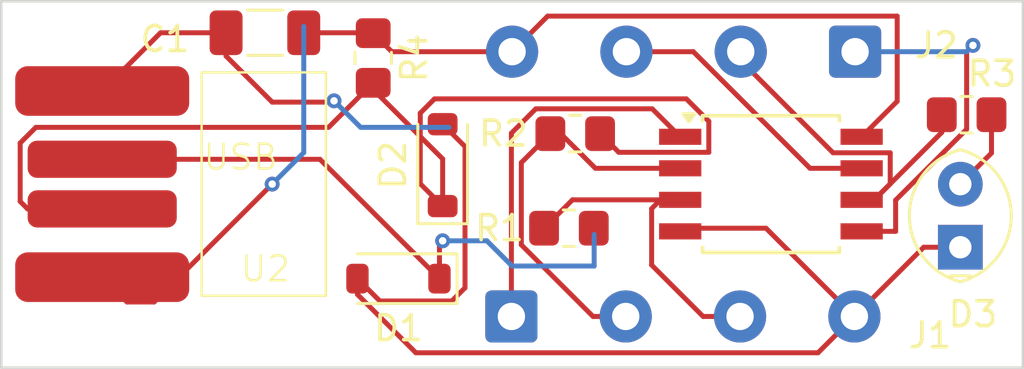
<source format=kicad_pcb>
(kicad_pcb (version 20240108) (generator "pcbnew") (generator_version "8.0")
  (layers (0 "F.Cu" signal) (31 "B.Cu" signal) (34 "B.Paste" user) (35 "F.Paste" user) (36 "B.SilkS" user "B.Silkscreen") (37 "F.SilkS" user "F.Silkscreen") (38 "B.Mask" user) (39 "F.Mask" user) (44 "Edge.Cuts" user))
  (net 0 "")
  (net 1 "+5V")
  (net 2 "GND")
  (net 3 "Net-(D1-K)")
  (net 4 "Net-(D2-K)")
  (net 5 "Net-(D3-A)")
  (net 6 "Net-(J1-Pin_3)")
  (net 7 "Net-(J1-Pin_1)")
  (net 8 "Net-(J1-Pin_2)")
  (net 9 "Net-(J2-Pin_2)")
  (net 10 "Net-(J2-Pin_3)")
  (net 11 "Net-(J2-Pin_1)")
  (footprint "Diode_SMD:D_SOD-123" (layer "F.Cu") (at 101.6 69.342 90)
    (property "Reference" "D2" (at 0 -2 90) (layer "F.SilkS"))
    (property "Value" "3V6" (hide yes))
    (fp_line (start -2.36 -1) (end 1.65 -1) (stroke (width 0.12)) (layer "F.SilkS"))
    (fp_line (start -2.36 -1) (end -2.36 1) (stroke (width 0.12)) (layer "F.SilkS"))
    (fp_line (start -2.36 1) (end 1.65 1) (stroke (width 0.12)) (layer "F.SilkS"))
    (pad "1" smd roundrect (at -1.65 0 90) (size 0.9 1.2) (layers "F.Cu" "F.Paste" "F.Mask") (net 4 "Net-(D2-K)"))
    (pad "2" smd roundrect (at 1.65 0 90) (size 0.9 1.2) (layers "F.Cu" "F.Paste" "F.Mask") (net 2 "GND"))
  )
  (footprint "1_My_custom_library:PCB_USB_connector" (layer "F.Cu") (at 87.903 70.104)
    (property "Reference" "U2" (hide yes))
    (property "Value" "~")
    (fp_rect (start 4 -4.5) (end 9 4.5) (stroke (width 0.1)) (fill none) (layer "F.SilkS"))
    (fp_text user "U2" (at 5.5 4 0) (layer "F.SilkS") (effects (font (thickness 0.1)) (justify left bottom)))
    (fp_text user "USB" (at 4 -0.5 0) (layer "F.SilkS") (effects (font (thickness 0.1)) (justify left bottom)))
    (pad "1" smd roundrect (at 0 3.75) (size 7 2) (layers "F.Cu" "F.Paste" "F.Mask") (net 1 "+5V"))
    (pad "2" smd roundrect (at 0 1) (size 6 1.5) (layers "F.Cu" "F.Paste" "F.Mask") (net 4 "Net-(D2-K)"))
    (pad "3" smd roundrect (at 0 -1) (size 6 1.5) (layers "F.Cu" "F.Paste" "F.Mask") (net 3 "Net-(D1-K)"))
    (pad "4" smd roundrect (at 0 -3.75) (size 7 2) (layers "F.Cu" "F.Paste" "F.Mask") (net 2 "GND"))
  )
  (footprint "Connector_Wire:SolderWire-0.5sqmm_1x04_P4.6mm_D0.9mm_OD2.1mm" (layer "F.Cu") (at 104.366 75.438)
    (property "Reference" "J1" (at 16.848 0.762 360) (layer "F.SilkS"))
    (property "Value" "S08-1-4" (hide yes))
    (pad "1" thru_hole roundrect (at 0 0) (size 2.1 2.1) (drill 1.1) (layers "*.Cu" "*.Mask") (roundrect_rratio 0.119048) (net 7 "Net-(J1-Pin_1)"))
    (pad "2" thru_hole circle (at 4.6 0) (size 2.1 2.1) (drill 1.1) (layers "*.Cu" "*.Mask") (net 8 "Net-(J1-Pin_2)"))
    (pad "3" thru_hole circle (at 9.2 0) (size 2.1 2.1) (drill 1.1) (layers "*.Cu" "*.Mask") (net 6 "Net-(J1-Pin_3)"))
    (pad "4" thru_hole circle (at 13.8 0) (size 2.1 2.1) (drill 1.1) (layers "*.Cu" "*.Mask") (net 2 "GND"))
  )
  (footprint "LED_THT:LED_Oval_W5.2mm_H3.8mm" (layer "F.Cu") (at 122.428 72.649 90)
    (property "Reference" "D3" (at -2.7 0.508 0) (layer "F.SilkS"))
    (property "Value" "LED" (hide yes))
    (fp_line (start -1.15 -0.405) (end -1.15 0.405) (stroke (width 0.12)) (layer "F.SilkS"))
    (fp_arc (start -1.39 0) (mid 1.269691 -2.050564) (end 3.929843 -0.000598) (stroke (width 0.12)) (layer "F.SilkS"))
    (fp_arc (start 3.929843 0.000598) (mid 1.269691 2.050564) (end -1.39 0) (stroke (width 0.12)) (layer "F.SilkS"))
    (pad "1" thru_hole rect (at 0 0 90) (size 1.8 1.8) (drill 0.9) (layers "*.Cu" "*.Mask") (net 2 "GND"))
    (pad "2" thru_hole circle (at 2.54 0 90) (size 1.8 1.8) (drill 0.9) (layers "*.Cu" "*.Mask") (net 5 "Net-(D3-A)"))
  )
  (footprint "Diode_SMD:D_SOD-123" (layer "F.Cu") (at 99.822 73.914 180)
    (property "Reference" "D1" (at 0 -2 360) (layer "F.SilkS"))
    (property "Value" "3V6" (hide yes))
    (fp_line (start -2.36 1) (end 1.65 1) (stroke (width 0.12)) (layer "F.SilkS"))
    (fp_line (start -2.36 -1) (end 1.65 -1) (stroke (width 0.12)) (layer "F.SilkS"))
    (fp_line (start -2.36 -1) (end -2.36 1) (stroke (width 0.12)) (layer "F.SilkS"))
    (pad "1" smd roundrect (at -1.65 0 180) (size 0.9 1.2) (layers "F.Cu" "F.Paste" "F.Mask") (net 3 "Net-(D1-K)"))
    (pad "2" smd roundrect (at 1.65 0 180) (size 0.9 1.2) (layers "F.Cu" "F.Paste" "F.Mask") (net 2 "GND"))
  )
  (footprint "Capacitor_SMD:C_1206_3216Metric_Pad1.33x1.80mm_HandSolder" (layer "F.Cu") (at 94.4495 64.008 180)
    (property "Reference" "C1" (at 4.0255 -0.254 0) (layer "F.SilkS"))
    (property "Value" "100n" (hide yes))
    (fp_line (start -0.711252 0.91) (end 0.711252 0.91) (stroke (width 0.12)) (layer "F.SilkS"))
    (fp_line (start -0.711252 -0.91) (end 0.711252 -0.91) (stroke (width 0.12)) (layer "F.SilkS"))
    (pad "1" smd roundrect (at -1.5625 0 180) (size 1.325 1.8) (layers "F.Cu" "F.Paste" "F.Mask") (roundrect_rratio 0.188679) (net 1 "+5V"))
    (pad "2" smd roundrect (at 1.5625 0 180) (size 1.325 1.8) (layers "F.Cu" "F.Paste" "F.Mask") (roundrect_rratio 0.188679) (net 2 "GND"))
  )
  (footprint "Resistor_SMD:R_0805_2012Metric_Pad1.20x1.40mm_HandSolder" (layer "F.Cu") (at 106.934 68.072 180)
    (property "Reference" "R2" (at 2.892 0 360) (layer "F.SilkS"))
    (property "Value" "68R" (hide yes))
    (fp_line (start -0.227064 0.735) (end 0.227064 0.735) (stroke (width 0.12)) (layer "F.SilkS"))
    (fp_line (start -0.227064 -0.735) (end 0.227064 -0.735) (stroke (width 0.12)) (layer "F.SilkS"))
    (pad "1" smd roundrect (at -1 0 180) (size 1.2 1.4) (layers "F.Cu" "F.Paste" "F.Mask") (roundrect_rratio 0.208333) (net 4 "Net-(D2-K)"))
    (pad "2" smd roundrect (at 1 0 180) (size 1.2 1.4) (layers "F.Cu" "F.Paste" "F.Mask") (roundrect_rratio 0.208333) (net 8 "Net-(J1-Pin_2)"))
  )
  (footprint "Resistor_SMD:R_0805_2012Metric_Pad1.20x1.40mm_HandSolder" (layer "F.Cu") (at 106.68 71.882)
    (property "Reference" "R1" (at -2.794 0 0) (layer "F.SilkS"))
    (property "Value" "68R" (hide yes))
    (fp_line (start -0.227064 -0.735) (end 0.227064 -0.735) (stroke (width 0.12)) (layer "F.SilkS"))
    (fp_line (start -0.227064 0.735) (end 0.227064 0.735) (stroke (width 0.12)) (layer "F.SilkS"))
    (pad "1" smd roundrect (at -1 0) (size 1.2 1.4) (layers "F.Cu" "F.Paste" "F.Mask") (roundrect_rratio 0.208333) (net 6 "Net-(J1-Pin_3)"))
    (pad "2" smd roundrect (at 1 0) (size 1.2 1.4) (layers "F.Cu" "F.Paste" "F.Mask") (roundrect_rratio 0.208333) (net 3 "Net-(D1-K)"))
  )
  (footprint "Connector_Wire:SolderWire-0.5sqmm_1x04_P4.6mm_D0.9mm_OD2.1mm" (layer "F.Cu") (at 118.194 64.77 180)
    (property "Reference" "J2" (at -3.274 0.254 0) (layer "F.SilkS"))
    (property "Value" "S08-5-8" (hide yes))
    (pad "1" thru_hole roundrect (at 0 0 180) (size 2.1 2.1) (drill 1.1) (layers "*.Cu" "*.Mask") (roundrect_rratio 0.119048) (net 11 "Net-(J2-Pin_1)"))
    (pad "2" thru_hole circle (at 4.6 0 180) (size 2.1 2.1) (drill 1.1) (layers "*.Cu" "*.Mask") (net 9 "Net-(J2-Pin_2)"))
    (pad "3" thru_hole circle (at 9.2 0 180) (size 2.1 2.1) (drill 1.1) (layers "*.Cu" "*.Mask") (net 10 "Net-(J2-Pin_3)"))
    (pad "4" thru_hole circle (at 13.8 0 180) (size 2.1 2.1) (drill 1.1) (layers "*.Cu" "*.Mask") (net 1 "+5V"))
  )
  (footprint "Resistor_SMD:R_0805_2012Metric_Pad1.20x1.40mm_HandSolder" (layer "F.Cu") (at 98.806 65.024 -90)
    (property "Reference" "R4" (at 0 -1.65 90) (layer "F.SilkS"))
    (property "Value" "1K5" (hide yes))
    (fp_line (start -0.227064 0.735) (end 0.227064 0.735) (stroke (width 0.12)) (layer "F.SilkS"))
    (fp_line (start -0.227064 -0.735) (end 0.227064 -0.735) (stroke (width 0.12)) (layer "F.SilkS"))
    (pad "1" smd roundrect (at -1 0 270) (size 1.2 1.4) (layers "F.Cu" "F.Paste" "F.Mask") (roundrect_rratio 0.208333) (net 1 "+5V"))
    (pad "2" smd roundrect (at 1 0 270) (size 1.2 1.4) (layers "F.Cu" "F.Paste" "F.Mask") (roundrect_rratio 0.208333) (net 4 "Net-(D2-K)"))
  )
  (footprint "Resistor_SMD:R_0805_2012Metric_Pad1.20x1.40mm_HandSolder" (layer "F.Cu") (at 122.682 67.31)
    (property "Reference" "R3" (at 1.016 -1.65 0) (layer "F.SilkS"))
    (property "Value" "330R" (hide yes))
    (fp_line (start -0.227064 -0.735) (end 0.227064 -0.735) (stroke (width 0.12)) (layer "F.SilkS"))
    (fp_line (start -0.227064 0.735) (end 0.227064 0.735) (stroke (width 0.12)) (layer "F.SilkS"))
    (pad "1" smd roundrect (at -1 0) (size 1.2 1.4) (layers "F.Cu" "F.Paste" "F.Mask") (roundrect_rratio 0.208333) (net 9 "Net-(J2-Pin_2)"))
    (pad "2" smd roundrect (at 1 0) (size 1.2 1.4) (layers "F.Cu" "F.Paste" "F.Mask") (roundrect_rratio 0.208333) (net 5 "Net-(D3-A)"))
  )
  (footprint "Package_SO:SOIC-8W_5.3x5.3mm_P1.27mm" (layer "F.Cu") (at 114.808 70.104)
    (property "Reference" "U1" (hide yes))
    (property "Value" "ATtiny25-20S" (hide yes))
    (fp_line (start -2.75 -2.755) (end -2.75 -2.55) (stroke (width 0.15)) (layer "F.SilkS"))
    (fp_line (start -2.75 -2.755) (end 2.75 -2.755) (stroke (width 0.15)) (layer "F.SilkS"))
    (fp_line (start -2.75 2.755) (end -2.75 2.55) (stroke (width 0.15)) (layer "F.SilkS"))
    (fp_line (start -2.75 2.755) (end 2.75 2.755) (stroke (width 0.15)) (layer "F.SilkS"))
    (fp_line (start 2.75 -2.755) (end 2.75 -2.55) (stroke (width 0.15)) (layer "F.SilkS"))
    (fp_line (start 2.75 2.755) (end 2.75 2.55) (stroke (width 0.15)) (layer "F.SilkS"))
    (fp_poly (pts (xy -3.3 -2.5) (xy -3.54 -2.83) (xy -3.06 -2.83) (xy -3.3 -2.5)) (stroke (width 0.12)) (fill solid) (layer "F.SilkS"))
    (pad "1" smd rect (at -3.65 -1.905) (size 1.7 0.65) (layers "F.Cu" "F.Paste" "F.Mask") (net 7 "Net-(J1-Pin_1)"))
    (pad "2" smd rect (at -3.65 -0.635) (size 1.7 0.65) (layers "F.Cu" "F.Paste" "F.Mask") (net 8 "Net-(J1-Pin_2)"))
    (pad "3" smd rect (at -3.65 0.635) (size 1.7 0.65) (layers "F.Cu" "F.Paste" "F.Mask") (net 6 "Net-(J1-Pin_3)"))
    (pad "4" smd rect (at -3.65 1.905) (size 1.7 0.65) (layers "F.Cu" "F.Paste" "F.Mask") (net 2 "GND"))
    (pad "5" smd rect (at 3.65 1.905) (size 1.7 0.65) (layers "F.Cu" "F.Paste" "F.Mask") (net 11 "Net-(J2-Pin_1)"))
    (pad "6" smd rect (at 3.65 0.635) (size 1.7 0.65) (layers "F.Cu" "F.Paste" "F.Mask") (net 9 "Net-(J2-Pin_2)"))
    (pad "7" smd rect (at 3.65 -0.635) (size 1.7 0.65) (layers "F.Cu" "F.Paste" "F.Mask") (net 10 "Net-(J2-Pin_3)"))
    (pad "8" smd rect (at 3.65 -1.905) (size 1.7 0.65) (layers "F.Cu" "F.Paste" "F.Mask") (net 1 "+5V"))
  )
  (gr_rect (start 83.841 62.738) (end 124.947 77.5) (stroke (width 0.1)) (fill none) (layer "Edge.Cuts"))
  (segment (start 105.826 63.338) (end 104.394 64.77) (width 0.2) (layer "F.Cu") (net 1))
  (segment (start 119.888 63.338) (end 105.826 63.338) (width 0.2) (layer "F.Cu") (net 1))
  (segment (start 119.888 66.769) (end 119.888 63.338) (width 0.2) (layer "F.Cu") (net 1))
  (segment (start 104.394 64.77) (end 99.552 64.77) (width 0.2) (layer "F.Cu") (net 1))
  (segment (start 87.903 73.854) (end 88.903 74.854) (width 0.2) (layer "F.Cu") (net 1))
  (segment (start 88.903 74.854) (end 89.992 74.854) (width 0.2) (layer "F.Cu") (net 1))
  (segment (start 89.992 74.854) (end 94.742 70.104) (width 0.2) (layer "F.Cu") (net 1))
  (segment (start 98.79 64.008) (end 98.806 64.024) (width 0.2) (layer "F.Cu") (net 1))
  (segment (start 99.552 64.77) (end 98.806 64.024) (width 0.2) (layer "F.Cu") (net 1))
  (segment (start 96.012 64.008) (end 98.79 64.008) (width 0.2) (layer "F.Cu") (net 1))
  (segment (start 118.458 68.199) (end 119.888 66.769) (width 0.2) (layer "F.Cu") (net 1))
  (via (at 94.742 70.104) (size 0.6) (drill 0.3) (layers "F.Cu" "B.Cu") (net 1))
  (segment (start 96.012 68.834) (end 96.012 63.754) (width 0.2) (layer "B.Cu") (net 1))
  (segment (start 94.742 70.104) (end 96.012 68.834) (width 0.2) (layer "B.Cu") (net 1))
  (segment (start 102.5 68.592) (end 102.5 74.284) (width 0.2) (layer "F.Cu") (net 2))
  (segment (start 102.5 74.284) (end 101.97 74.814) (width 0.2) (layer "F.Cu") (net 2))
  (segment (start 100.522 76.9) (end 116.704 76.9) (width 0.2) (layer "F.Cu") (net 2))
  (segment (start 118.166 75.438) (end 120.955 72.649) (width 0.2) (layer "F.Cu") (net 2))
  (segment (start 99.072 74.814) (end 98.172 73.914) (width 0.2) (layer "F.Cu") (net 2))
  (segment (start 98.172 73.914) (end 98.172 74.55) (width 0.2) (layer "F.Cu") (net 2))
  (segment (start 111.158 71.976) (end 111.252 71.882) (width 0.2) (layer "F.Cu") (net 2))
  (segment (start 101.6 67.692) (end 102.5 68.592) (width 0.2) (layer "F.Cu") (net 2))
  (segment (start 94.742 66.802) (end 97.17947 66.802) (width 0.2) (layer "F.Cu") (net 2))
  (segment (start 92.887 64.008) (end 92.887 64.947) (width 0.2) (layer "F.Cu") (net 2))
  (segment (start 114.61 71.882) (end 118.166 75.438) (width 0.2) (layer "F.Cu") (net 2))
  (segment (start 111.252 71.882) (end 114.61 71.882) (width 0.2) (layer "F.Cu") (net 2))
  (segment (start 92.887 64.008) (end 90.249 64.008) (width 0.2) (layer "F.Cu") (net 2))
  (segment (start 92.887 64.947) (end 94.742 66.802) (width 0.2) (layer "F.Cu") (net 2))
  (segment (start 101.97 74.814) (end 99.072 74.814) (width 0.2) (layer "F.Cu") (net 2))
  (segment (start 116.704 76.9) (end 118.166 75.438) (width 0.2) (layer "F.Cu") (net 2))
  (segment (start 90.249 64.008) (end 87.903 66.354) (width 0.2) (layer "F.Cu") (net 2))
  (segment (start 98.172 74.55) (end 100.522 76.9) (width 0.2) (layer "F.Cu") (net 2))
  (segment (start 111.158 72.009) (end 111.158 71.976) (width 0.2) (layer "F.Cu") (net 2))
  (segment (start 120.955 72.649) (end 122.428 72.649) (width 0.2) (layer "F.Cu") (net 2))
  (segment (start 97.17947 66.802) (end 97.230735 66.750735) (width 0.2) (layer "F.Cu") (net 2))
  (via (at 97.230735 66.750735) (size 0.6) (drill 0.3) (layers "F.Cu" "B.Cu") (net 2))
  (segment (start 98.298 67.818) (end 101.854 67.818) (width 0.2) (layer "B.Cu") (net 2))
  (segment (start 97.230735 66.750735) (end 98.298 67.818) (width 0.2) (layer "B.Cu") (net 2))
  (segment (start 101.472 73.914) (end 101.472 72.518) (width 0.2) (layer "F.Cu") (net 3))
  (segment (start 101.472 72.518) (end 101.6 72.39) (width 0.2) (layer "F.Cu") (net 3))
  (segment (start 96.662 69.104) (end 101.472 73.914) (width 0.2) (layer "F.Cu") (net 3))
  (segment (start 87.903 69.104) (end 96.662 69.104) (width 0.2) (layer "F.Cu") (net 3))
  (via (at 101.6 72.39) (size 0.6) (drill 0.3) (layers "F.Cu" "B.Cu") (net 3))
  (segment (start 101.6 72.39) (end 103.378 72.39) (width 0.2) (layer "B.Cu") (net 3))
  (segment (start 104.394 73.406) (end 107.696 73.406) (width 0.2) (layer "B.Cu") (net 3))
  (segment (start 103.378 72.39) (end 104.14 73.152) (width 0.2) (layer "B.Cu") (net 3))
  (segment (start 107.696 73.406) (end 107.696 72.136) (width 0.2) (layer "B.Cu") (net 3))
  (segment (start 104.14 73.152) (end 104.394 73.406) (width 0.2) (layer "B.Cu") (net 3))
  (segment (start 84.603 70.804) (end 84.603 68.449406) (width 0.2) (layer "F.Cu") (net 4))
  (segment (start 84.603 68.449406) (end 85.234406 67.818) (width 0.2) (layer "F.Cu") (net 4))
  (segment (start 100.7 67.243304) (end 101.271304 66.672) (width 0.2) (layer "F.Cu") (net 4))
  (segment (start 87.903 71.104) (end 84.903 71.104) (width 0.2) (layer "F.Cu") (net 4))
  (segment (start 84.903 71.104) (end 84.603 70.804) (width 0.2) (layer "F.Cu") (net 4))
  (segment (start 112.308 68.824) (end 108.686 68.824) (width 0.2) (layer "F.Cu") (net 4))
  (segment (start 100.7 70.092) (end 100.7 67.243304) (width 0.2) (layer "F.Cu") (net 4))
  (segment (start 108.686 68.824) (end 107.934 68.072) (width 0.2) (layer "F.Cu") (net 4))
  (segment (start 111.406 66.672) (end 112.308 67.574) (width 0.2) (layer "F.Cu") (net 4))
  (segment (start 101.271304 66.672) (end 111.406 66.672) (width 0.2) (layer "F.Cu") (net 4))
  (segment (start 112.308 67.574) (end 112.308 68.824) (width 0.2) (layer "F.Cu") (net 4))
  (segment (start 101.6 69.088) (end 101.6 70.992) (width 0.2) (layer "F.Cu") (net 4))
  (segment (start 101.6 70.992) (end 100.7 70.092) (width 0.2) (layer "F.Cu") (net 4))
  (segment (start 85.234406 67.818) (end 97.012 67.818) (width 0.2) (layer "F.Cu") (net 4))
  (segment (start 98.806 66.294) (end 101.6 69.088) (width 0.2) (layer "F.Cu") (net 4))
  (segment (start 97.012 67.818) (end 98.806 66.024) (width 0.2) (layer "F.Cu") (net 4))
  (segment (start 98.806 66.024) (end 98.806 66.294) (width 0.2) (layer "F.Cu") (net 4))
  (segment (start 123.682 68.855) (end 123.682 67.31) (width 0.2) (layer "F.Cu") (net 5))
  (segment (start 122.428 70.109) (end 123.682 68.855) (width 0.2) (layer "F.Cu") (net 5))
  (segment (start 106.823 70.739) (end 105.68 71.882) (width 0.2) (layer "F.Cu") (net 6))
  (segment (start 110.008 73.364924) (end 110.008 71.094) (width 0.2) (layer "F.Cu") (net 6))
  (segment (start 110.008 71.094) (end 110.363 70.739) (width 0.2) (layer "F.Cu") (net 6))
  (segment (start 110.363 70.739) (end 111.158 70.739) (width 0.2) (layer "F.Cu") (net 6))
  (segment (start 111.158 70.739) (end 106.823 70.739) (width 0.2) (layer "F.Cu") (net 6))
  (segment (start 113.566 75.438) (end 112.081076 75.438) (width 0.2) (layer "F.Cu") (net 6))
  (segment (start 112.081076 75.438) (end 110.008 73.364924) (width 0.2) (layer "F.Cu") (net 6))
  (segment (start 104.366 68.055256) (end 104.366 75.438) (width 0.2) (layer "F.Cu") (net 7))
  (segment (start 111.158 68.199) (end 110.031 67.072) (width 0.2) (layer "F.Cu") (net 7))
  (segment (start 110.031 67.072) (end 105.349256 67.072) (width 0.2) (layer "F.Cu") (net 7))
  (segment (start 105.349256 67.072) (end 104.366 68.055256) (width 0.2) (layer "F.Cu") (net 7))
  (segment (start 108.966 75.438) (end 107.651256 75.438) (width 0.2) (layer "F.Cu") (net 8))
  (segment (start 107.746256 69.469) (end 106.349256 68.072) (width 0.2) (layer "F.Cu") (net 8))
  (segment (start 104.766 69.24) (end 105.934 68.072) (width 0.2) (layer "F.Cu") (net 8))
  (segment (start 104.766 72.552744) (end 104.766 69.24) (width 0.2) (layer "F.Cu") (net 8))
  (segment (start 111.158 69.469) (end 107.746256 69.469) (width 0.2) (layer "F.Cu") (net 8))
  (segment (start 106.349256 68.072) (end 105.934 68.072) (width 0.2) (layer "F.Cu") (net 8))
  (segment (start 107.651256 75.438) (end 104.766 72.552744) (width 0.2) (layer "F.Cu") (net 8))
  (segment (start 117.308 68.844) (end 119.608 68.844) (width 0.2) (layer "F.Cu") (net 9))
  (segment (start 119.608 70.094) (end 118.963 70.739) (width 0.2) (layer "F.Cu") (net 9))
  (segment (start 113.594 65.13) (end 117.308 68.844) (width 0.2) (layer "F.Cu") (net 9))
  (segment (start 121.682 68.02) (end 118.963 70.739) (width 0.2) (layer "F.Cu") (net 9))
  (segment (start 119.608 68.844) (end 119.608 70.094) (width 0.2) (layer "F.Cu") (net 9))
  (segment (start 113.594 64.77) (end 113.594 65.13) (width 0.2) (layer "F.Cu") (net 9))
  (segment (start 118.963 70.739) (end 118.458 70.739) (width 0.2) (layer "F.Cu") (net 9))
  (segment (start 121.682 67.31) (end 121.682 68.02) (width 0.2) (layer "F.Cu") (net 9))
  (segment (start 118.458 69.469) (end 116.383811 69.469) (width 0.2) (layer "F.Cu") (net 10))
  (segment (start 116.383811 69.469) (end 111.684811 64.77) (width 0.2) (layer "F.Cu") (net 10))
  (segment (start 111.684811 64.77) (end 108.994 64.77) (width 0.2) (layer "F.Cu") (net 10))
  (segment (start 122.682 67.894744) (end 122.682 64.77) (width 0.2) (layer "F.Cu") (net 11))
  (segment (start 122.682 64.77) (end 122.936 64.516) (width 0.2) (layer "F.Cu") (net 11))
  (segment (start 119.825057 72.009) (end 119.825057 70.751687) (width 0.2) (layer "F.Cu") (net 11))
  (segment (start 118.458 72.009) (end 119.825057 72.009) (width 0.2) (layer "F.Cu") (net 11))
  (segment (start 119.825057 70.751687) (end 122.682 67.894744) (width 0.2) (layer "F.Cu") (net 11))
  (via (at 122.936 64.516) (size 0.6) (drill 0.3) (layers "F.Cu" "B.Cu") (net 11))
  (segment (start 122.682 64.77) (end 118.194 64.77) (width 0.2) (layer "B.Cu") (net 11))
  (segment (start 122.936 64.516) (end 122.682 64.77) (width 0.2) (layer "B.Cu") (net 11))
)
</source>
